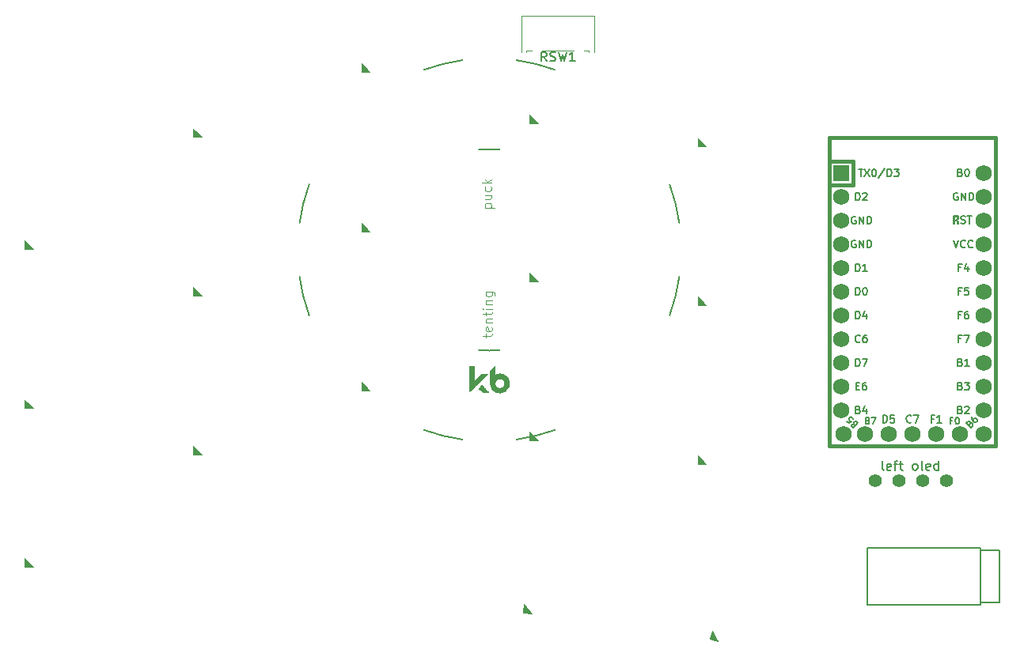
<source format=gbr>
%TF.GenerationSoftware,KiCad,Pcbnew,(6.0.0)*%
%TF.CreationDate,2022-05-05T22:03:01-07:00*%
%TF.ProjectId,half-swept,68616c66-2d73-4776-9570-742e6b696361,rev?*%
%TF.SameCoordinates,Original*%
%TF.FileFunction,Legend,Top*%
%TF.FilePolarity,Positive*%
%FSLAX46Y46*%
G04 Gerber Fmt 4.6, Leading zero omitted, Abs format (unit mm)*
G04 Created by KiCad (PCBNEW (6.0.0)) date 2022-05-05 22:03:01*
%MOMM*%
%LPD*%
G01*
G04 APERTURE LIST*
%ADD10C,0.150000*%
%ADD11C,0.100000*%
%ADD12C,0.120000*%
%ADD13C,0.200000*%
%ADD14C,0.010000*%
%ADD15C,0.381000*%
%ADD16R,1.752600X1.752600*%
%ADD17C,1.752600*%
%ADD18C,1.397000*%
G04 APERTURE END LIST*
D10*
%TO.C,RSW1*%
X73807698Y-17672719D02*
X73474364Y-17196529D01*
X73236269Y-17672719D02*
X73236269Y-16672719D01*
X73617222Y-16672719D01*
X73712460Y-16720339D01*
X73760079Y-16767958D01*
X73807698Y-16863196D01*
X73807698Y-17006053D01*
X73760079Y-17101291D01*
X73712460Y-17148910D01*
X73617222Y-17196529D01*
X73236269Y-17196529D01*
X74188650Y-17625100D02*
X74331507Y-17672719D01*
X74569603Y-17672719D01*
X74664841Y-17625100D01*
X74712460Y-17577481D01*
X74760079Y-17482243D01*
X74760079Y-17387005D01*
X74712460Y-17291767D01*
X74664841Y-17244148D01*
X74569603Y-17196529D01*
X74379126Y-17148910D01*
X74283888Y-17101291D01*
X74236269Y-17053672D01*
X74188650Y-16958434D01*
X74188650Y-16863196D01*
X74236269Y-16767958D01*
X74283888Y-16720339D01*
X74379126Y-16672719D01*
X74617222Y-16672719D01*
X74760079Y-16720339D01*
X75093412Y-16672719D02*
X75331507Y-17672719D01*
X75521984Y-16958434D01*
X75712460Y-17672719D01*
X75950555Y-16672719D01*
X76855317Y-17672719D02*
X76283888Y-17672719D01*
X76569603Y-17672719D02*
X76569603Y-16672719D01*
X76474364Y-16815577D01*
X76379126Y-16910815D01*
X76283888Y-16958434D01*
D11*
%TO.C,REF\u002A\u002A*%
X67292199Y-47235839D02*
X67292199Y-46854886D01*
X66958865Y-47092981D02*
X67816008Y-47092981D01*
X67911246Y-47045362D01*
X67958865Y-46950124D01*
X67958865Y-46854886D01*
X67911246Y-46140600D02*
X67958865Y-46235839D01*
X67958865Y-46426315D01*
X67911246Y-46521553D01*
X67816008Y-46569172D01*
X67435056Y-46569172D01*
X67339818Y-46521553D01*
X67292199Y-46426315D01*
X67292199Y-46235839D01*
X67339818Y-46140600D01*
X67435056Y-46092981D01*
X67530294Y-46092981D01*
X67625532Y-46569172D01*
X67292199Y-45664410D02*
X67958865Y-45664410D01*
X67387437Y-45664410D02*
X67339818Y-45616791D01*
X67292199Y-45521553D01*
X67292199Y-45378696D01*
X67339818Y-45283458D01*
X67435056Y-45235839D01*
X67958865Y-45235839D01*
X67292199Y-44902505D02*
X67292199Y-44521553D01*
X66958865Y-44759648D02*
X67816008Y-44759648D01*
X67911246Y-44712029D01*
X67958865Y-44616791D01*
X67958865Y-44521553D01*
X67958865Y-44188219D02*
X67292199Y-44188219D01*
X66958865Y-44188219D02*
X67006485Y-44235839D01*
X67054104Y-44188219D01*
X67006485Y-44140600D01*
X66958865Y-44188219D01*
X67054104Y-44188219D01*
X67292199Y-43712029D02*
X67958865Y-43712029D01*
X67387437Y-43712029D02*
X67339818Y-43664410D01*
X67292199Y-43569172D01*
X67292199Y-43426315D01*
X67339818Y-43331077D01*
X67435056Y-43283458D01*
X67958865Y-43283458D01*
X67292199Y-42378696D02*
X68101723Y-42378696D01*
X68196961Y-42426315D01*
X68244580Y-42473934D01*
X68292199Y-42569172D01*
X68292199Y-42712029D01*
X68244580Y-42807267D01*
X67911246Y-42378696D02*
X67958865Y-42473934D01*
X67958865Y-42664410D01*
X67911246Y-42759648D01*
X67863627Y-42807267D01*
X67768389Y-42854886D01*
X67482675Y-42854886D01*
X67387437Y-42807267D01*
X67339818Y-42759648D01*
X67292199Y-42664410D01*
X67292199Y-42473934D01*
X67339818Y-42378696D01*
X67228699Y-33345339D02*
X68228699Y-33345339D01*
X67276318Y-33345339D02*
X67228699Y-33250100D01*
X67228699Y-33059624D01*
X67276318Y-32964386D01*
X67323937Y-32916767D01*
X67419175Y-32869148D01*
X67704889Y-32869148D01*
X67800127Y-32916767D01*
X67847746Y-32964386D01*
X67895365Y-33059624D01*
X67895365Y-33250100D01*
X67847746Y-33345339D01*
X67228699Y-32012005D02*
X67895365Y-32012005D01*
X67228699Y-32440577D02*
X67752508Y-32440577D01*
X67847746Y-32392958D01*
X67895365Y-32297719D01*
X67895365Y-32154862D01*
X67847746Y-32059624D01*
X67800127Y-32012005D01*
X67847746Y-31107243D02*
X67895365Y-31202481D01*
X67895365Y-31392958D01*
X67847746Y-31488196D01*
X67800127Y-31535815D01*
X67704889Y-31583434D01*
X67419175Y-31583434D01*
X67323937Y-31535815D01*
X67276318Y-31488196D01*
X67228699Y-31392958D01*
X67228699Y-31202481D01*
X67276318Y-31107243D01*
X67895365Y-30678672D02*
X66895365Y-30678672D01*
X67514413Y-30583434D02*
X67895365Y-30297719D01*
X67228699Y-30297719D02*
X67609651Y-30678672D01*
D10*
%TO.C,U2*%
X106933603Y-52447446D02*
X107200269Y-52447446D01*
X107314555Y-52866493D02*
X106933603Y-52866493D01*
X106933603Y-52066493D01*
X107314555Y-52066493D01*
X108000269Y-52066493D02*
X107847888Y-52066493D01*
X107771698Y-52104589D01*
X107733603Y-52142684D01*
X107657412Y-52256969D01*
X107619317Y-52409350D01*
X107619317Y-52714112D01*
X107657412Y-52790303D01*
X107695507Y-52828398D01*
X107771698Y-52866493D01*
X107924079Y-52866493D01*
X108000269Y-52828398D01*
X108038364Y-52790303D01*
X108076460Y-52714112D01*
X108076460Y-52523636D01*
X108038364Y-52447446D01*
X108000269Y-52409350D01*
X107924079Y-52371255D01*
X107771698Y-52371255D01*
X107695507Y-52409350D01*
X107657412Y-52447446D01*
X107619317Y-52523636D01*
X117213650Y-56164589D02*
X116980317Y-56164589D01*
X116980317Y-56531255D02*
X116980317Y-55831255D01*
X117313650Y-55831255D01*
X117713650Y-55831255D02*
X117780317Y-55831255D01*
X117846984Y-55864589D01*
X117880317Y-55897922D01*
X117913650Y-55964589D01*
X117946984Y-56097922D01*
X117946984Y-56264589D01*
X117913650Y-56397922D01*
X117880317Y-56464589D01*
X117846984Y-56497922D01*
X117780317Y-56531255D01*
X117713650Y-56531255D01*
X117646984Y-56497922D01*
X117613650Y-56464589D01*
X117580317Y-56397922D01*
X117546984Y-56264589D01*
X117546984Y-56097922D01*
X117580317Y-55964589D01*
X117613650Y-55897922D01*
X117646984Y-55864589D01*
X117713650Y-55831255D01*
X106895507Y-45246493D02*
X106895507Y-44446493D01*
X107085984Y-44446493D01*
X107200269Y-44484589D01*
X107276460Y-44560779D01*
X107314555Y-44636969D01*
X107352650Y-44789350D01*
X107352650Y-44903636D01*
X107314555Y-45056017D01*
X107276460Y-45132208D01*
X107200269Y-45208398D01*
X107085984Y-45246493D01*
X106895507Y-45246493D01*
X108038364Y-44713160D02*
X108038364Y-45246493D01*
X107847888Y-44408398D02*
X107657412Y-44979827D01*
X108152650Y-44979827D01*
X106895507Y-50326493D02*
X106895507Y-49526493D01*
X107085984Y-49526493D01*
X107200269Y-49564589D01*
X107276460Y-49640779D01*
X107314555Y-49716969D01*
X107352650Y-49869350D01*
X107352650Y-49983636D01*
X107314555Y-50136017D01*
X107276460Y-50212208D01*
X107200269Y-50288398D01*
X107085984Y-50326493D01*
X106895507Y-50326493D01*
X107619317Y-49526493D02*
X108152650Y-49526493D01*
X107809793Y-50326493D01*
X107352650Y-47710303D02*
X107314555Y-47748398D01*
X107200269Y-47786493D01*
X107124079Y-47786493D01*
X107009793Y-47748398D01*
X106933603Y-47672208D01*
X106895507Y-47596017D01*
X106857412Y-47443636D01*
X106857412Y-47329350D01*
X106895507Y-47176969D01*
X106933603Y-47100779D01*
X107009793Y-47024589D01*
X107124079Y-46986493D01*
X107200269Y-46986493D01*
X107314555Y-47024589D01*
X107352650Y-47062684D01*
X108038364Y-46986493D02*
X107885984Y-46986493D01*
X107809793Y-47024589D01*
X107771698Y-47062684D01*
X107695507Y-47176969D01*
X107657412Y-47329350D01*
X107657412Y-47634112D01*
X107695507Y-47710303D01*
X107733603Y-47748398D01*
X107809793Y-47786493D01*
X107962174Y-47786493D01*
X108038364Y-47748398D01*
X108076460Y-47710303D01*
X108114555Y-47634112D01*
X108114555Y-47443636D01*
X108076460Y-47367446D01*
X108038364Y-47329350D01*
X107962174Y-47291255D01*
X107809793Y-47291255D01*
X107733603Y-47329350D01*
X107695507Y-47367446D01*
X107657412Y-47443636D01*
X118141317Y-39747446D02*
X117874650Y-39747446D01*
X117874650Y-40166493D02*
X117874650Y-39366493D01*
X118255603Y-39366493D01*
X118903222Y-39633160D02*
X118903222Y-40166493D01*
X118712745Y-39328398D02*
X118522269Y-39899827D01*
X119017507Y-39899827D01*
X106876460Y-34324589D02*
X106800269Y-34286493D01*
X106685984Y-34286493D01*
X106571698Y-34324589D01*
X106495507Y-34400779D01*
X106457412Y-34476969D01*
X106419317Y-34629350D01*
X106419317Y-34743636D01*
X106457412Y-34896017D01*
X106495507Y-34972208D01*
X106571698Y-35048398D01*
X106685984Y-35086493D01*
X106762174Y-35086493D01*
X106876460Y-35048398D01*
X106914555Y-35010303D01*
X106914555Y-34743636D01*
X106762174Y-34743636D01*
X107257412Y-35086493D02*
X107257412Y-34286493D01*
X107714555Y-35086493D01*
X107714555Y-34286493D01*
X108095507Y-35086493D02*
X108095507Y-34286493D01*
X108285984Y-34286493D01*
X108400269Y-34324589D01*
X108476460Y-34400779D01*
X108514555Y-34476969D01*
X108552650Y-34629350D01*
X108552650Y-34743636D01*
X108514555Y-34896017D01*
X108476460Y-34972208D01*
X108400269Y-35048398D01*
X108285984Y-35086493D01*
X108095507Y-35086493D01*
X108163650Y-56164589D02*
X108263650Y-56197922D01*
X108296984Y-56231255D01*
X108330317Y-56297922D01*
X108330317Y-56397922D01*
X108296984Y-56464589D01*
X108263650Y-56497922D01*
X108196984Y-56531255D01*
X107930317Y-56531255D01*
X107930317Y-55831255D01*
X108163650Y-55831255D01*
X108230317Y-55864589D01*
X108263650Y-55897922D01*
X108296984Y-55964589D01*
X108296984Y-56031255D01*
X108263650Y-56097922D01*
X108230317Y-56131255D01*
X108163650Y-56164589D01*
X107930317Y-56164589D01*
X108563650Y-55831255D02*
X109030317Y-55831255D01*
X108730317Y-56531255D01*
X118084174Y-54987446D02*
X118198460Y-55025541D01*
X118236555Y-55063636D01*
X118274650Y-55139827D01*
X118274650Y-55254112D01*
X118236555Y-55330303D01*
X118198460Y-55368398D01*
X118122269Y-55406493D01*
X117817507Y-55406493D01*
X117817507Y-54606493D01*
X118084174Y-54606493D01*
X118160364Y-54644589D01*
X118198460Y-54682684D01*
X118236555Y-54758874D01*
X118236555Y-54835065D01*
X118198460Y-54911255D01*
X118160364Y-54949350D01*
X118084174Y-54987446D01*
X117817507Y-54987446D01*
X118579412Y-54682684D02*
X118617507Y-54644589D01*
X118693698Y-54606493D01*
X118884174Y-54606493D01*
X118960364Y-54644589D01*
X118998460Y-54682684D01*
X119036555Y-54758874D01*
X119036555Y-54835065D01*
X118998460Y-54949350D01*
X118541317Y-55406493D01*
X119036555Y-55406493D01*
X115220317Y-55957446D02*
X114953650Y-55957446D01*
X114953650Y-56376493D02*
X114953650Y-55576493D01*
X115334603Y-55576493D01*
X116058412Y-56376493D02*
X115601269Y-56376493D01*
X115829841Y-56376493D02*
X115829841Y-55576493D01*
X115753650Y-55690779D01*
X115677460Y-55766969D01*
X115601269Y-55805065D01*
X118084174Y-52447446D02*
X118198460Y-52485541D01*
X118236555Y-52523636D01*
X118274650Y-52599827D01*
X118274650Y-52714112D01*
X118236555Y-52790303D01*
X118198460Y-52828398D01*
X118122269Y-52866493D01*
X117817507Y-52866493D01*
X117817507Y-52066493D01*
X118084174Y-52066493D01*
X118160364Y-52104589D01*
X118198460Y-52142684D01*
X118236555Y-52218874D01*
X118236555Y-52295065D01*
X118198460Y-52371255D01*
X118160364Y-52409350D01*
X118084174Y-52447446D01*
X117817507Y-52447446D01*
X118541317Y-52066493D02*
X119036555Y-52066493D01*
X118769888Y-52371255D01*
X118884174Y-52371255D01*
X118960364Y-52409350D01*
X118998460Y-52447446D01*
X119036555Y-52523636D01*
X119036555Y-52714112D01*
X118998460Y-52790303D01*
X118960364Y-52828398D01*
X118884174Y-52866493D01*
X118655603Y-52866493D01*
X118579412Y-52828398D01*
X118541317Y-52790303D01*
X106895507Y-42706493D02*
X106895507Y-41906493D01*
X107085984Y-41906493D01*
X107200269Y-41944589D01*
X107276460Y-42020779D01*
X107314555Y-42096969D01*
X107352650Y-42249350D01*
X107352650Y-42363636D01*
X107314555Y-42516017D01*
X107276460Y-42592208D01*
X107200269Y-42668398D01*
X107085984Y-42706493D01*
X106895507Y-42706493D01*
X107847888Y-41906493D02*
X107924079Y-41906493D01*
X108000269Y-41944589D01*
X108038364Y-41982684D01*
X108076460Y-42058874D01*
X108114555Y-42211255D01*
X108114555Y-42401731D01*
X108076460Y-42554112D01*
X108038364Y-42630303D01*
X108000269Y-42668398D01*
X107924079Y-42706493D01*
X107847888Y-42706493D01*
X107771698Y-42668398D01*
X107733603Y-42630303D01*
X107695507Y-42554112D01*
X107657412Y-42401731D01*
X107657412Y-42211255D01*
X107695507Y-42058874D01*
X107733603Y-41982684D01*
X107771698Y-41944589D01*
X107847888Y-41906493D01*
X109816507Y-56376493D02*
X109816507Y-55576493D01*
X110006984Y-55576493D01*
X110121269Y-55614589D01*
X110197460Y-55690779D01*
X110235555Y-55766969D01*
X110273650Y-55919350D01*
X110273650Y-56033636D01*
X110235555Y-56186017D01*
X110197460Y-56262208D01*
X110121269Y-56338398D01*
X110006984Y-56376493D01*
X109816507Y-56376493D01*
X110997460Y-55576493D02*
X110616507Y-55576493D01*
X110578412Y-55957446D01*
X110616507Y-55919350D01*
X110692698Y-55881255D01*
X110883174Y-55881255D01*
X110959364Y-55919350D01*
X110997460Y-55957446D01*
X111035555Y-56033636D01*
X111035555Y-56224112D01*
X110997460Y-56300303D01*
X110959364Y-56338398D01*
X110883174Y-56376493D01*
X110692698Y-56376493D01*
X110616507Y-56338398D01*
X110578412Y-56300303D01*
X106711975Y-56550291D02*
X106664835Y-56456010D01*
X106664835Y-56408869D01*
X106688405Y-56338159D01*
X106759116Y-56267448D01*
X106829826Y-56243878D01*
X106876967Y-56243878D01*
X106947677Y-56267448D01*
X107136239Y-56456010D01*
X106641264Y-56950985D01*
X106476273Y-56785993D01*
X106452703Y-56715282D01*
X106452703Y-56668142D01*
X106476273Y-56597431D01*
X106523413Y-56550291D01*
X106594124Y-56526721D01*
X106641264Y-56526721D01*
X106711975Y-56550291D01*
X106876967Y-56715282D01*
X105910587Y-56220308D02*
X106146290Y-56456010D01*
X106405562Y-56243878D01*
X106358422Y-56243878D01*
X106287711Y-56220308D01*
X106169860Y-56102456D01*
X106146290Y-56031746D01*
X106146290Y-55984605D01*
X106169860Y-55913895D01*
X106287711Y-55796044D01*
X106358422Y-55772473D01*
X106405562Y-55772473D01*
X106476273Y-55796044D01*
X106594124Y-55913895D01*
X106617694Y-55984605D01*
X106617694Y-56031746D01*
X106876460Y-36864589D02*
X106800269Y-36826493D01*
X106685984Y-36826493D01*
X106571698Y-36864589D01*
X106495507Y-36940779D01*
X106457412Y-37016969D01*
X106419317Y-37169350D01*
X106419317Y-37283636D01*
X106457412Y-37436017D01*
X106495507Y-37512208D01*
X106571698Y-37588398D01*
X106685984Y-37626493D01*
X106762174Y-37626493D01*
X106876460Y-37588398D01*
X106914555Y-37550303D01*
X106914555Y-37283636D01*
X106762174Y-37283636D01*
X107257412Y-37626493D02*
X107257412Y-36826493D01*
X107714555Y-37626493D01*
X107714555Y-36826493D01*
X108095507Y-37626493D02*
X108095507Y-36826493D01*
X108285984Y-36826493D01*
X108400269Y-36864589D01*
X108476460Y-36940779D01*
X108514555Y-37016969D01*
X108552650Y-37169350D01*
X108552650Y-37283636D01*
X108514555Y-37436017D01*
X108476460Y-37512208D01*
X108400269Y-37588398D01*
X108285984Y-37626493D01*
X108095507Y-37626493D01*
X118146770Y-35018398D02*
X118261056Y-35056493D01*
X118451532Y-35056493D01*
X118527723Y-35018398D01*
X118565818Y-34980303D01*
X118603913Y-34904112D01*
X118603913Y-34827922D01*
X118565818Y-34751731D01*
X118527723Y-34713636D01*
X118451532Y-34675541D01*
X118299151Y-34637446D01*
X118222961Y-34599350D01*
X118184865Y-34561255D01*
X118146770Y-34485065D01*
X118146770Y-34408874D01*
X118184865Y-34332684D01*
X118222961Y-34294589D01*
X118299151Y-34256493D01*
X118489627Y-34256493D01*
X118603913Y-34294589D01*
X118832484Y-34256493D02*
X119289627Y-34256493D01*
X119061056Y-35056493D02*
X119061056Y-34256493D01*
X112813650Y-56300303D02*
X112775555Y-56338398D01*
X112661269Y-56376493D01*
X112585079Y-56376493D01*
X112470793Y-56338398D01*
X112394603Y-56262208D01*
X112356507Y-56186017D01*
X112318412Y-56033636D01*
X112318412Y-55919350D01*
X112356507Y-55766969D01*
X112394603Y-55690779D01*
X112470793Y-55614589D01*
X112585079Y-55576493D01*
X112661269Y-55576493D01*
X112775555Y-55614589D01*
X112813650Y-55652684D01*
X113080317Y-55576493D02*
X113613650Y-55576493D01*
X113270793Y-56376493D01*
X119111281Y-56479580D02*
X119205562Y-56432440D01*
X119252703Y-56432440D01*
X119323413Y-56456010D01*
X119394124Y-56526721D01*
X119417694Y-56597431D01*
X119417694Y-56644572D01*
X119394124Y-56715282D01*
X119205562Y-56903844D01*
X118710587Y-56408869D01*
X118875579Y-56243878D01*
X118946290Y-56220308D01*
X118993430Y-56220308D01*
X119064141Y-56243878D01*
X119111281Y-56291018D01*
X119134851Y-56361729D01*
X119134851Y-56408869D01*
X119111281Y-56479580D01*
X118946290Y-56644572D01*
X119417694Y-55701763D02*
X119323413Y-55796044D01*
X119299843Y-55866754D01*
X119299843Y-55913895D01*
X119323413Y-56031746D01*
X119394124Y-56149597D01*
X119582686Y-56338159D01*
X119653396Y-56361729D01*
X119700537Y-56361729D01*
X119771248Y-56338159D01*
X119865528Y-56243878D01*
X119889099Y-56173167D01*
X119889099Y-56126027D01*
X119865528Y-56055316D01*
X119747677Y-55937465D01*
X119676967Y-55913895D01*
X119629826Y-55913895D01*
X119559116Y-55937465D01*
X119464835Y-56031746D01*
X119441264Y-56102456D01*
X119441264Y-56149597D01*
X119464835Y-56220308D01*
X118141317Y-42287446D02*
X117874650Y-42287446D01*
X117874650Y-42706493D02*
X117874650Y-41906493D01*
X118255603Y-41906493D01*
X118941317Y-41906493D02*
X118560364Y-41906493D01*
X118522269Y-42287446D01*
X118560364Y-42249350D01*
X118636555Y-42211255D01*
X118827031Y-42211255D01*
X118903222Y-42249350D01*
X118941317Y-42287446D01*
X118979412Y-42363636D01*
X118979412Y-42554112D01*
X118941317Y-42630303D01*
X118903222Y-42668398D01*
X118827031Y-42706493D01*
X118636555Y-42706493D01*
X118560364Y-42668398D01*
X118522269Y-42630303D01*
X107184635Y-29206493D02*
X107641778Y-29206493D01*
X107413207Y-30006493D02*
X107413207Y-29206493D01*
X107832254Y-29206493D02*
X108365588Y-30006493D01*
X108365588Y-29206493D02*
X107832254Y-30006493D01*
X108822731Y-29206493D02*
X108898921Y-29206493D01*
X108975112Y-29244589D01*
X109013207Y-29282684D01*
X109051302Y-29358874D01*
X109089397Y-29511255D01*
X109089397Y-29701731D01*
X109051302Y-29854112D01*
X109013207Y-29930303D01*
X108975112Y-29968398D01*
X108898921Y-30006493D01*
X108822731Y-30006493D01*
X108746540Y-29968398D01*
X108708445Y-29930303D01*
X108670350Y-29854112D01*
X108632254Y-29701731D01*
X108632254Y-29511255D01*
X108670350Y-29358874D01*
X108708445Y-29282684D01*
X108746540Y-29244589D01*
X108822731Y-29206493D01*
X110003683Y-29168398D02*
X109317969Y-30196969D01*
X110270350Y-30006493D02*
X110270350Y-29206493D01*
X110460826Y-29206493D01*
X110575112Y-29244589D01*
X110651302Y-29320779D01*
X110689397Y-29396969D01*
X110727492Y-29549350D01*
X110727492Y-29663636D01*
X110689397Y-29816017D01*
X110651302Y-29892208D01*
X110575112Y-29968398D01*
X110460826Y-30006493D01*
X110270350Y-30006493D01*
X110994159Y-29206493D02*
X111489397Y-29206493D01*
X111222731Y-29511255D01*
X111337016Y-29511255D01*
X111413207Y-29549350D01*
X111451302Y-29587446D01*
X111489397Y-29663636D01*
X111489397Y-29854112D01*
X111451302Y-29930303D01*
X111413207Y-29968398D01*
X111337016Y-30006493D01*
X111108445Y-30006493D01*
X111032254Y-29968398D01*
X110994159Y-29930303D01*
X106895507Y-40166493D02*
X106895507Y-39366493D01*
X107085984Y-39366493D01*
X107200269Y-39404589D01*
X107276460Y-39480779D01*
X107314555Y-39556969D01*
X107352650Y-39709350D01*
X107352650Y-39823636D01*
X107314555Y-39976017D01*
X107276460Y-40052208D01*
X107200269Y-40128398D01*
X107085984Y-40166493D01*
X106895507Y-40166493D01*
X108114555Y-40166493D02*
X107657412Y-40166493D01*
X107885984Y-40166493D02*
X107885984Y-39366493D01*
X107809793Y-39480779D01*
X107733603Y-39556969D01*
X107657412Y-39595065D01*
X106895507Y-32546493D02*
X106895507Y-31746493D01*
X107085984Y-31746493D01*
X107200269Y-31784589D01*
X107276460Y-31860779D01*
X107314555Y-31936969D01*
X107352650Y-32089350D01*
X107352650Y-32203636D01*
X107314555Y-32356017D01*
X107276460Y-32432208D01*
X107200269Y-32508398D01*
X107085984Y-32546493D01*
X106895507Y-32546493D01*
X107657412Y-31822684D02*
X107695507Y-31784589D01*
X107771698Y-31746493D01*
X107962174Y-31746493D01*
X108038364Y-31784589D01*
X108076460Y-31822684D01*
X108114555Y-31898874D01*
X108114555Y-31975065D01*
X108076460Y-32089350D01*
X107619317Y-32546493D01*
X108114555Y-32546493D01*
X118084174Y-29587446D02*
X118198460Y-29625541D01*
X118236555Y-29663636D01*
X118274650Y-29739827D01*
X118274650Y-29854112D01*
X118236555Y-29930303D01*
X118198460Y-29968398D01*
X118122269Y-30006493D01*
X117817507Y-30006493D01*
X117817507Y-29206493D01*
X118084174Y-29206493D01*
X118160364Y-29244589D01*
X118198460Y-29282684D01*
X118236555Y-29358874D01*
X118236555Y-29435065D01*
X118198460Y-29511255D01*
X118160364Y-29549350D01*
X118084174Y-29587446D01*
X117817507Y-29587446D01*
X118769888Y-29206493D02*
X118846079Y-29206493D01*
X118922269Y-29244589D01*
X118960364Y-29282684D01*
X118998460Y-29358874D01*
X119036555Y-29511255D01*
X119036555Y-29701731D01*
X118998460Y-29854112D01*
X118960364Y-29930303D01*
X118922269Y-29968398D01*
X118846079Y-30006493D01*
X118769888Y-30006493D01*
X118693698Y-29968398D01*
X118655603Y-29930303D01*
X118617507Y-29854112D01*
X118579412Y-29701731D01*
X118579412Y-29511255D01*
X118617507Y-29358874D01*
X118655603Y-29282684D01*
X118693698Y-29244589D01*
X118769888Y-29206493D01*
X118141317Y-47367446D02*
X117874650Y-47367446D01*
X117874650Y-47786493D02*
X117874650Y-46986493D01*
X118255603Y-46986493D01*
X118484174Y-46986493D02*
X119017507Y-46986493D01*
X118674650Y-47786493D01*
X107162174Y-54987446D02*
X107276460Y-55025541D01*
X107314555Y-55063636D01*
X107352650Y-55139827D01*
X107352650Y-55254112D01*
X107314555Y-55330303D01*
X107276460Y-55368398D01*
X107200269Y-55406493D01*
X106895507Y-55406493D01*
X106895507Y-54606493D01*
X107162174Y-54606493D01*
X107238364Y-54644589D01*
X107276460Y-54682684D01*
X107314555Y-54758874D01*
X107314555Y-54835065D01*
X107276460Y-54911255D01*
X107238364Y-54949350D01*
X107162174Y-54987446D01*
X106895507Y-54987446D01*
X108038364Y-54873160D02*
X108038364Y-55406493D01*
X107847888Y-54568398D02*
X107657412Y-55139827D01*
X108152650Y-55139827D01*
X117341317Y-36826493D02*
X117607984Y-37626493D01*
X117874650Y-36826493D01*
X118598460Y-37550303D02*
X118560364Y-37588398D01*
X118446079Y-37626493D01*
X118369888Y-37626493D01*
X118255603Y-37588398D01*
X118179412Y-37512208D01*
X118141317Y-37436017D01*
X118103222Y-37283636D01*
X118103222Y-37169350D01*
X118141317Y-37016969D01*
X118179412Y-36940779D01*
X118255603Y-36864589D01*
X118369888Y-36826493D01*
X118446079Y-36826493D01*
X118560364Y-36864589D01*
X118598460Y-36902684D01*
X119398460Y-37550303D02*
X119360364Y-37588398D01*
X119246079Y-37626493D01*
X119169888Y-37626493D01*
X119055603Y-37588398D01*
X118979412Y-37512208D01*
X118941317Y-37436017D01*
X118903222Y-37283636D01*
X118903222Y-37169350D01*
X118941317Y-37016969D01*
X118979412Y-36940779D01*
X119055603Y-36864589D01*
X119169888Y-36826493D01*
X119246079Y-36826493D01*
X119360364Y-36864589D01*
X119398460Y-36902684D01*
X118084174Y-49907446D02*
X118198460Y-49945541D01*
X118236555Y-49983636D01*
X118274650Y-50059827D01*
X118274650Y-50174112D01*
X118236555Y-50250303D01*
X118198460Y-50288398D01*
X118122269Y-50326493D01*
X117817507Y-50326493D01*
X117817507Y-49526493D01*
X118084174Y-49526493D01*
X118160364Y-49564589D01*
X118198460Y-49602684D01*
X118236555Y-49678874D01*
X118236555Y-49755065D01*
X118198460Y-49831255D01*
X118160364Y-49869350D01*
X118084174Y-49907446D01*
X117817507Y-49907446D01*
X119036555Y-50326493D02*
X118579412Y-50326493D01*
X118807984Y-50326493D02*
X118807984Y-49526493D01*
X118731793Y-49640779D01*
X118655603Y-49716969D01*
X118579412Y-49755065D01*
X118141317Y-44827446D02*
X117874650Y-44827446D01*
X117874650Y-45246493D02*
X117874650Y-44446493D01*
X118255603Y-44446493D01*
X118903222Y-44446493D02*
X118750841Y-44446493D01*
X118674650Y-44484589D01*
X118636555Y-44522684D01*
X118560364Y-44636969D01*
X118522269Y-44789350D01*
X118522269Y-45094112D01*
X118560364Y-45170303D01*
X118598460Y-45208398D01*
X118674650Y-45246493D01*
X118827031Y-45246493D01*
X118903222Y-45208398D01*
X118941317Y-45170303D01*
X118979412Y-45094112D01*
X118979412Y-44903636D01*
X118941317Y-44827446D01*
X118903222Y-44789350D01*
X118827031Y-44751255D01*
X118674650Y-44751255D01*
X118598460Y-44789350D01*
X118560364Y-44827446D01*
X118522269Y-44903636D01*
X117798460Y-31784589D02*
X117722269Y-31746493D01*
X117607984Y-31746493D01*
X117493698Y-31784589D01*
X117417507Y-31860779D01*
X117379412Y-31936969D01*
X117341317Y-32089350D01*
X117341317Y-32203636D01*
X117379412Y-32356017D01*
X117417507Y-32432208D01*
X117493698Y-32508398D01*
X117607984Y-32546493D01*
X117684174Y-32546493D01*
X117798460Y-32508398D01*
X117836555Y-32470303D01*
X117836555Y-32203636D01*
X117684174Y-32203636D01*
X118179412Y-32546493D02*
X118179412Y-31746493D01*
X118636555Y-32546493D01*
X118636555Y-31746493D01*
X119017507Y-32546493D02*
X119017507Y-31746493D01*
X119207984Y-31746493D01*
X119322269Y-31784589D01*
X119398460Y-31860779D01*
X119436555Y-31936969D01*
X119474650Y-32089350D01*
X119474650Y-32203636D01*
X119436555Y-32356017D01*
X119398460Y-32432208D01*
X119322269Y-32508398D01*
X119207984Y-32546493D01*
X119017507Y-32546493D01*
%TO.C,OL1*%
X109889841Y-61460219D02*
X109794603Y-61412600D01*
X109746984Y-61317362D01*
X109746984Y-60460219D01*
X110651745Y-61412600D02*
X110556507Y-61460219D01*
X110366031Y-61460219D01*
X110270793Y-61412600D01*
X110223174Y-61317362D01*
X110223174Y-60936410D01*
X110270793Y-60841172D01*
X110366031Y-60793553D01*
X110556507Y-60793553D01*
X110651745Y-60841172D01*
X110699364Y-60936410D01*
X110699364Y-61031648D01*
X110223174Y-61126886D01*
X110985079Y-60793553D02*
X111366031Y-60793553D01*
X111127936Y-61460219D02*
X111127936Y-60603077D01*
X111175555Y-60507839D01*
X111270793Y-60460219D01*
X111366031Y-60460219D01*
X111556507Y-60793553D02*
X111937460Y-60793553D01*
X111699364Y-60460219D02*
X111699364Y-61317362D01*
X111746984Y-61412600D01*
X111842222Y-61460219D01*
X111937460Y-61460219D01*
X113175555Y-61460219D02*
X113080317Y-61412600D01*
X113032698Y-61364981D01*
X112985079Y-61269743D01*
X112985079Y-60984029D01*
X113032698Y-60888791D01*
X113080317Y-60841172D01*
X113175555Y-60793553D01*
X113318412Y-60793553D01*
X113413650Y-60841172D01*
X113461269Y-60888791D01*
X113508888Y-60984029D01*
X113508888Y-61269743D01*
X113461269Y-61364981D01*
X113413650Y-61412600D01*
X113318412Y-61460219D01*
X113175555Y-61460219D01*
X114080317Y-61460219D02*
X113985079Y-61412600D01*
X113937460Y-61317362D01*
X113937460Y-60460219D01*
X114842222Y-61412600D02*
X114746984Y-61460219D01*
X114556507Y-61460219D01*
X114461269Y-61412600D01*
X114413650Y-61317362D01*
X114413650Y-60936410D01*
X114461269Y-60841172D01*
X114556507Y-60793553D01*
X114746984Y-60793553D01*
X114842222Y-60841172D01*
X114889841Y-60936410D01*
X114889841Y-61031648D01*
X114413650Y-61126886D01*
X115746984Y-61460219D02*
X115746984Y-60460219D01*
X115746984Y-61412600D02*
X115651745Y-61460219D01*
X115461269Y-61460219D01*
X115366031Y-61412600D01*
X115318412Y-61364981D01*
X115270793Y-61269743D01*
X115270793Y-60984029D01*
X115318412Y-60888791D01*
X115366031Y-60841172D01*
X115461269Y-60793553D01*
X115651745Y-60793553D01*
X115746984Y-60841172D01*
%TO.C,J2*%
X120264986Y-75897838D02*
X108164986Y-75897838D01*
X120264986Y-75647838D02*
X122264986Y-75647838D01*
X120264986Y-75897838D02*
X120264986Y-69797838D01*
X108164986Y-75897838D02*
X108164986Y-69797838D01*
X120264986Y-70047838D02*
X122264986Y-70047838D01*
X122264986Y-75647838D02*
X122264986Y-70047838D01*
X120264986Y-69797838D02*
X108164986Y-69797838D01*
D12*
%TO.C,RSW1*%
X78881984Y-12840339D02*
X78881984Y-16740339D01*
X71161984Y-12840339D02*
X78881984Y-12840339D01*
X71161984Y-12840339D02*
X71161984Y-16740339D01*
X77821984Y-16510339D02*
X78361984Y-16510339D01*
X73321984Y-16510339D02*
X76721984Y-16510339D01*
X78361984Y-16510339D02*
X78361984Y-16740339D01*
X71681984Y-16510339D02*
X71681984Y-16740339D01*
X71681984Y-16510339D02*
X72221984Y-16510339D01*
D13*
%TO.C,REF\u002A\u002A*%
X48410851Y-30869791D02*
G75*
G03*
X47376985Y-35020339I19286117J-7008044D01*
G01*
X70554485Y-58197839D02*
G75*
G03*
X74705032Y-57163973I-2857490J20319953D01*
G01*
X47376985Y-40735339D02*
G75*
G03*
X48410851Y-44885886I20319953J2857490D01*
G01*
X67696985Y-48672839D02*
G75*
G03*
X68825370Y-48613703I6J10794921D01*
G01*
X64839485Y-17557839D02*
G75*
G03*
X60688937Y-18591705I2857496J-20319983D01*
G01*
X60688939Y-57163974D02*
G75*
G03*
X64839485Y-58197839I7008058J19286185D01*
G01*
X67696985Y-27082839D02*
G75*
G03*
X66568600Y-27141975I-6J-10794921D01*
G01*
X88016985Y-35020339D02*
G75*
G03*
X86983120Y-30869794I-20320019J-2857506D01*
G01*
X68825370Y-27141975D02*
G75*
G03*
X67696985Y-27082839I-1128379J-10735785D01*
G01*
X66568600Y-48613703D02*
G75*
G03*
X67696985Y-48672839I1128379J10735785D01*
G01*
X86983120Y-44885885D02*
G75*
G03*
X88016985Y-40735339I-19286185J7008058D01*
G01*
X74705032Y-18591705D02*
G75*
G03*
X70554485Y-17557839I-7008037J-19286087D01*
G01*
D14*
X66877010Y-52366237D02*
X66899713Y-52389100D01*
X66899713Y-52389100D02*
X66934192Y-52424631D01*
X66934192Y-52424631D02*
X66978461Y-52470723D01*
X66978461Y-52470723D02*
X67030528Y-52525269D01*
X67030528Y-52525269D02*
X67088407Y-52586163D01*
X67088407Y-52586163D02*
X67150106Y-52651298D01*
X67150106Y-52651298D02*
X67213639Y-52718568D01*
X67213639Y-52718568D02*
X67277014Y-52785866D01*
X67277014Y-52785866D02*
X67338244Y-52851085D01*
X67338244Y-52851085D02*
X67395340Y-52912120D01*
X67395340Y-52912120D02*
X67446312Y-52966863D01*
X67446312Y-52966863D02*
X67489172Y-53013208D01*
X67489172Y-53013208D02*
X67521930Y-53049048D01*
X67521930Y-53049048D02*
X67542598Y-53072277D01*
X67542598Y-53072277D02*
X67544891Y-53074968D01*
X67544891Y-53074968D02*
X67573192Y-53108603D01*
X67573192Y-53108603D02*
X66953178Y-53108603D01*
X66953178Y-53108603D02*
X66779828Y-52932534D01*
X66779828Y-52932534D02*
X66726086Y-52877791D01*
X66726086Y-52877791D02*
X66675803Y-52826278D01*
X66675803Y-52826278D02*
X66631987Y-52781098D01*
X66631987Y-52781098D02*
X66597641Y-52745352D01*
X66597641Y-52745352D02*
X66575773Y-52722143D01*
X66575773Y-52722143D02*
X66572596Y-52718651D01*
X66572596Y-52718651D02*
X66538714Y-52680836D01*
X66538714Y-52680836D02*
X66699749Y-52519492D01*
X66699749Y-52519492D02*
X66749462Y-52470037D01*
X66749462Y-52470037D02*
X66793686Y-52426712D01*
X66793686Y-52426712D02*
X66829833Y-52391999D01*
X66829833Y-52391999D02*
X66855315Y-52368379D01*
X66855315Y-52368379D02*
X66867544Y-52358331D01*
X66867544Y-52358331D02*
X66868075Y-52358148D01*
X66868075Y-52358148D02*
X66877010Y-52366237D01*
X66877010Y-52366237D02*
X66877010Y-52366237D01*
G36*
X66877010Y-52366237D02*
G01*
X66899713Y-52389100D01*
X66934192Y-52424631D01*
X66978461Y-52470723D01*
X67030528Y-52525269D01*
X67088407Y-52586163D01*
X67150106Y-52651298D01*
X67213639Y-52718568D01*
X67277014Y-52785866D01*
X67338244Y-52851085D01*
X67395340Y-52912120D01*
X67446312Y-52966863D01*
X67489172Y-53013208D01*
X67521930Y-53049048D01*
X67542598Y-53072277D01*
X67544891Y-53074968D01*
X67573192Y-53108603D01*
X66953178Y-53108603D01*
X66779828Y-52932534D01*
X66726086Y-52877791D01*
X66675803Y-52826278D01*
X66631987Y-52781098D01*
X66597641Y-52745352D01*
X66575773Y-52722143D01*
X66572596Y-52718651D01*
X66538714Y-52680836D01*
X66699749Y-52519492D01*
X66749462Y-52470037D01*
X66793686Y-52426712D01*
X66829833Y-52391999D01*
X66855315Y-52368379D01*
X66867544Y-52358331D01*
X66868075Y-52358148D01*
X66877010Y-52366237D01*
G37*
X66877010Y-52366237D02*
X66899713Y-52389100D01*
X66934192Y-52424631D01*
X66978461Y-52470723D01*
X67030528Y-52525269D01*
X67088407Y-52586163D01*
X67150106Y-52651298D01*
X67213639Y-52718568D01*
X67277014Y-52785866D01*
X67338244Y-52851085D01*
X67395340Y-52912120D01*
X67446312Y-52966863D01*
X67489172Y-53013208D01*
X67521930Y-53049048D01*
X67542598Y-53072277D01*
X67544891Y-53074968D01*
X67573192Y-53108603D01*
X66953178Y-53108603D01*
X66779828Y-52932534D01*
X66726086Y-52877791D01*
X66675803Y-52826278D01*
X66631987Y-52781098D01*
X66597641Y-52745352D01*
X66575773Y-52722143D01*
X66572596Y-52718651D01*
X66538714Y-52680836D01*
X66699749Y-52519492D01*
X66749462Y-52470037D01*
X66793686Y-52426712D01*
X66829833Y-52391999D01*
X66855315Y-52368379D01*
X66867544Y-52358331D01*
X66868075Y-52358148D01*
X66877010Y-52366237D01*
X68275264Y-50825489D02*
X68275456Y-50929729D01*
X68275456Y-50929729D02*
X68275945Y-51026474D01*
X68275945Y-51026474D02*
X68276695Y-51113360D01*
X68276695Y-51113360D02*
X68277671Y-51188022D01*
X68277671Y-51188022D02*
X68278840Y-51248097D01*
X68278840Y-51248097D02*
X68280167Y-51291220D01*
X68280167Y-51291220D02*
X68281616Y-51315027D01*
X68281616Y-51315027D02*
X68282524Y-51319057D01*
X68282524Y-51319057D02*
X68294955Y-51312743D01*
X68294955Y-51312743D02*
X68319801Y-51296400D01*
X68319801Y-51296400D02*
X68343935Y-51279198D01*
X68343935Y-51279198D02*
X68458632Y-51208476D01*
X68458632Y-51208476D02*
X68580848Y-51159372D01*
X68580848Y-51159372D02*
X68711231Y-51131696D01*
X68711231Y-51131696D02*
X68850432Y-51125258D01*
X68850432Y-51125258D02*
X68868244Y-51125926D01*
X68868244Y-51125926D02*
X68957879Y-51132478D01*
X68957879Y-51132478D02*
X69034362Y-51144415D01*
X69034362Y-51144415D02*
X69106014Y-51163907D01*
X69106014Y-51163907D02*
X69181152Y-51193124D01*
X69181152Y-51193124D02*
X69251003Y-51225763D01*
X69251003Y-51225763D02*
X69378936Y-51301056D01*
X69378936Y-51301056D02*
X69491856Y-51393036D01*
X69491856Y-51393036D02*
X69588750Y-51500025D01*
X69588750Y-51500025D02*
X69668608Y-51620350D01*
X69668608Y-51620350D02*
X69730418Y-51752335D01*
X69730418Y-51752335D02*
X69773170Y-51894304D01*
X69773170Y-51894304D02*
X69795851Y-52044583D01*
X69795851Y-52044583D02*
X69799412Y-52134253D01*
X69799412Y-52134253D02*
X69789121Y-52286731D01*
X69789121Y-52286731D02*
X69757765Y-52431295D01*
X69757765Y-52431295D02*
X69704620Y-52570531D01*
X69704620Y-52570531D02*
X69647365Y-52677450D01*
X69647365Y-52677450D02*
X69561653Y-52797743D01*
X69561653Y-52797743D02*
X69460040Y-52902592D01*
X69460040Y-52902592D02*
X69344707Y-52990914D01*
X69344707Y-52990914D02*
X69217832Y-53061628D01*
X69217832Y-53061628D02*
X69081596Y-53113651D01*
X69081596Y-53113651D02*
X68938177Y-53145904D01*
X68938177Y-53145904D02*
X68789756Y-53157303D01*
X68789756Y-53157303D02*
X68689510Y-53152820D01*
X68689510Y-53152820D02*
X68544902Y-53127939D01*
X68544902Y-53127939D02*
X68404334Y-53081664D01*
X68404334Y-53081664D02*
X68271161Y-53015685D01*
X68271161Y-53015685D02*
X68148741Y-52931688D01*
X68148741Y-52931688D02*
X68040429Y-52831362D01*
X68040429Y-52831362D02*
X68032035Y-52822196D01*
X68032035Y-52822196D02*
X67950904Y-52718076D01*
X67950904Y-52718076D02*
X67881212Y-52599894D01*
X67881212Y-52599894D02*
X67826046Y-52474031D01*
X67826046Y-52474031D02*
X67788493Y-52346871D01*
X67788493Y-52346871D02*
X67779624Y-52300421D01*
X67779624Y-52300421D02*
X67777011Y-52272026D01*
X67777011Y-52272026D02*
X67774666Y-52221954D01*
X67774666Y-52221954D02*
X67773197Y-52171620D01*
X67773197Y-52171620D02*
X68269535Y-52171620D01*
X68269535Y-52171620D02*
X68280107Y-52269169D01*
X68280107Y-52269169D02*
X68310539Y-52363188D01*
X68310539Y-52363188D02*
X68339193Y-52417333D01*
X68339193Y-52417333D02*
X68406127Y-52505616D01*
X68406127Y-52505616D02*
X68485608Y-52576493D01*
X68485608Y-52576493D02*
X68575040Y-52628986D01*
X68575040Y-52628986D02*
X68671826Y-52662118D01*
X68671826Y-52662118D02*
X68773367Y-52674912D01*
X68773367Y-52674912D02*
X68877068Y-52666391D01*
X68877068Y-52666391D02*
X68949895Y-52647103D01*
X68949895Y-52647103D02*
X68992892Y-52631017D01*
X68992892Y-52631017D02*
X69033797Y-52613657D01*
X69033797Y-52613657D02*
X69049964Y-52605881D01*
X69049964Y-52605881D02*
X69095250Y-52574877D01*
X69095250Y-52574877D02*
X69144573Y-52528683D01*
X69144573Y-52528683D02*
X69192630Y-52473227D01*
X69192630Y-52473227D02*
X69234115Y-52414433D01*
X69234115Y-52414433D02*
X69255603Y-52376106D01*
X69255603Y-52376106D02*
X69275784Y-52331860D01*
X69275784Y-52331860D02*
X69288429Y-52293252D01*
X69288429Y-52293252D02*
X69295786Y-52250960D01*
X69295786Y-52250960D02*
X69300104Y-52195657D01*
X69300104Y-52195657D02*
X69300386Y-52190367D01*
X69300386Y-52190367D02*
X69297018Y-52083122D01*
X69297018Y-52083122D02*
X69274162Y-51985230D01*
X69274162Y-51985230D02*
X69230510Y-51891807D01*
X69230510Y-51891807D02*
X69212740Y-51863278D01*
X69212740Y-51863278D02*
X69148198Y-51785374D01*
X69148198Y-51785374D02*
X69069381Y-51723204D01*
X69069381Y-51723204D02*
X68979745Y-51677708D01*
X68979745Y-51677708D02*
X68882746Y-51649830D01*
X68882746Y-51649830D02*
X68781842Y-51640510D01*
X68781842Y-51640510D02*
X68680490Y-51650692D01*
X68680490Y-51650692D02*
X68582144Y-51681317D01*
X68582144Y-51681317D02*
X68568141Y-51687603D01*
X68568141Y-51687603D02*
X68480189Y-51740552D01*
X68480189Y-51740552D02*
X68406199Y-51808766D01*
X68406199Y-51808766D02*
X68347156Y-51889112D01*
X68347156Y-51889112D02*
X68304043Y-51978459D01*
X68304043Y-51978459D02*
X68277841Y-52073672D01*
X68277841Y-52073672D02*
X68269535Y-52171620D01*
X68269535Y-52171620D02*
X67773197Y-52171620D01*
X67773197Y-52171620D02*
X67772613Y-52151617D01*
X67772613Y-52151617D02*
X67770874Y-52062428D01*
X67770874Y-52062428D02*
X67769471Y-51955799D01*
X67769471Y-51955799D02*
X67768427Y-51833143D01*
X67768427Y-51833143D02*
X67767763Y-51695871D01*
X67767763Y-51695871D02*
X67767502Y-51545397D01*
X67767502Y-51545397D02*
X67767499Y-51533661D01*
X67767499Y-51533661D02*
X67767412Y-50841947D01*
X67767412Y-50841947D02*
X68275116Y-50331921D01*
X68275116Y-50331921D02*
X68275264Y-50825489D01*
X68275264Y-50825489D02*
X68275264Y-50825489D01*
G36*
X67770874Y-52062428D02*
G01*
X67769471Y-51955799D01*
X67768427Y-51833143D01*
X67767763Y-51695871D01*
X67767502Y-51545397D01*
X67767499Y-51533661D01*
X67767412Y-50841947D01*
X68275116Y-50331921D01*
X68275264Y-50825489D01*
X68275456Y-50929729D01*
X68275945Y-51026474D01*
X68276695Y-51113360D01*
X68277671Y-51188022D01*
X68278840Y-51248097D01*
X68280167Y-51291220D01*
X68281616Y-51315027D01*
X68282524Y-51319057D01*
X68294955Y-51312743D01*
X68319801Y-51296400D01*
X68343935Y-51279198D01*
X68458632Y-51208476D01*
X68580848Y-51159372D01*
X68711231Y-51131696D01*
X68850432Y-51125258D01*
X68868244Y-51125926D01*
X68957879Y-51132478D01*
X69034362Y-51144415D01*
X69106014Y-51163907D01*
X69181152Y-51193124D01*
X69251003Y-51225763D01*
X69378936Y-51301056D01*
X69491856Y-51393036D01*
X69588750Y-51500025D01*
X69668608Y-51620350D01*
X69730418Y-51752335D01*
X69773170Y-51894304D01*
X69795851Y-52044583D01*
X69799412Y-52134253D01*
X69789121Y-52286731D01*
X69757765Y-52431295D01*
X69704620Y-52570531D01*
X69647365Y-52677450D01*
X69561653Y-52797743D01*
X69460040Y-52902592D01*
X69344707Y-52990914D01*
X69217832Y-53061628D01*
X69081596Y-53113651D01*
X68938177Y-53145904D01*
X68789756Y-53157303D01*
X68689510Y-53152820D01*
X68544902Y-53127939D01*
X68404334Y-53081664D01*
X68271161Y-53015685D01*
X68148741Y-52931688D01*
X68040429Y-52831362D01*
X68032035Y-52822196D01*
X67950904Y-52718076D01*
X67881212Y-52599894D01*
X67826046Y-52474031D01*
X67788493Y-52346871D01*
X67779624Y-52300421D01*
X67777011Y-52272026D01*
X67774666Y-52221954D01*
X67773197Y-52171620D01*
X68269535Y-52171620D01*
X68280107Y-52269169D01*
X68310539Y-52363188D01*
X68339193Y-52417333D01*
X68406127Y-52505616D01*
X68485608Y-52576493D01*
X68575040Y-52628986D01*
X68671826Y-52662118D01*
X68773367Y-52674912D01*
X68877068Y-52666391D01*
X68949895Y-52647103D01*
X68992892Y-52631017D01*
X69033797Y-52613657D01*
X69049964Y-52605881D01*
X69095250Y-52574877D01*
X69144573Y-52528683D01*
X69192630Y-52473227D01*
X69234115Y-52414433D01*
X69255603Y-52376106D01*
X69275784Y-52331860D01*
X69288429Y-52293252D01*
X69295786Y-52250960D01*
X69300104Y-52195657D01*
X69300386Y-52190367D01*
X69297018Y-52083122D01*
X69274162Y-51985230D01*
X69230510Y-51891807D01*
X69212740Y-51863278D01*
X69148198Y-51785374D01*
X69069381Y-51723204D01*
X68979745Y-51677708D01*
X68882746Y-51649830D01*
X68781842Y-51640510D01*
X68680490Y-51650692D01*
X68582144Y-51681317D01*
X68568141Y-51687603D01*
X68480189Y-51740552D01*
X68406199Y-51808766D01*
X68347156Y-51889112D01*
X68304043Y-51978459D01*
X68277841Y-52073672D01*
X68269535Y-52171620D01*
X67773197Y-52171620D01*
X67772613Y-52151617D01*
X67770874Y-52062428D01*
G37*
X67770874Y-52062428D02*
X67769471Y-51955799D01*
X67768427Y-51833143D01*
X67767763Y-51695871D01*
X67767502Y-51545397D01*
X67767499Y-51533661D01*
X67767412Y-50841947D01*
X68275116Y-50331921D01*
X68275264Y-50825489D01*
X68275456Y-50929729D01*
X68275945Y-51026474D01*
X68276695Y-51113360D01*
X68277671Y-51188022D01*
X68278840Y-51248097D01*
X68280167Y-51291220D01*
X68281616Y-51315027D01*
X68282524Y-51319057D01*
X68294955Y-51312743D01*
X68319801Y-51296400D01*
X68343935Y-51279198D01*
X68458632Y-51208476D01*
X68580848Y-51159372D01*
X68711231Y-51131696D01*
X68850432Y-51125258D01*
X68868244Y-51125926D01*
X68957879Y-51132478D01*
X69034362Y-51144415D01*
X69106014Y-51163907D01*
X69181152Y-51193124D01*
X69251003Y-51225763D01*
X69378936Y-51301056D01*
X69491856Y-51393036D01*
X69588750Y-51500025D01*
X69668608Y-51620350D01*
X69730418Y-51752335D01*
X69773170Y-51894304D01*
X69795851Y-52044583D01*
X69799412Y-52134253D01*
X69789121Y-52286731D01*
X69757765Y-52431295D01*
X69704620Y-52570531D01*
X69647365Y-52677450D01*
X69561653Y-52797743D01*
X69460040Y-52902592D01*
X69344707Y-52990914D01*
X69217832Y-53061628D01*
X69081596Y-53113651D01*
X68938177Y-53145904D01*
X68789756Y-53157303D01*
X68689510Y-53152820D01*
X68544902Y-53127939D01*
X68404334Y-53081664D01*
X68271161Y-53015685D01*
X68148741Y-52931688D01*
X68040429Y-52831362D01*
X68032035Y-52822196D01*
X67950904Y-52718076D01*
X67881212Y-52599894D01*
X67826046Y-52474031D01*
X67788493Y-52346871D01*
X67779624Y-52300421D01*
X67777011Y-52272026D01*
X67774666Y-52221954D01*
X67773197Y-52171620D01*
X68269535Y-52171620D01*
X68280107Y-52269169D01*
X68310539Y-52363188D01*
X68339193Y-52417333D01*
X68406127Y-52505616D01*
X68485608Y-52576493D01*
X68575040Y-52628986D01*
X68671826Y-52662118D01*
X68773367Y-52674912D01*
X68877068Y-52666391D01*
X68949895Y-52647103D01*
X68992892Y-52631017D01*
X69033797Y-52613657D01*
X69049964Y-52605881D01*
X69095250Y-52574877D01*
X69144573Y-52528683D01*
X69192630Y-52473227D01*
X69234115Y-52414433D01*
X69255603Y-52376106D01*
X69275784Y-52331860D01*
X69288429Y-52293252D01*
X69295786Y-52250960D01*
X69300104Y-52195657D01*
X69300386Y-52190367D01*
X69297018Y-52083122D01*
X69274162Y-51985230D01*
X69230510Y-51891807D01*
X69212740Y-51863278D01*
X69148198Y-51785374D01*
X69069381Y-51723204D01*
X68979745Y-51677708D01*
X68882746Y-51649830D01*
X68781842Y-51640510D01*
X68680490Y-51650692D01*
X68582144Y-51681317D01*
X68568141Y-51687603D01*
X68480189Y-51740552D01*
X68406199Y-51808766D01*
X68347156Y-51889112D01*
X68304043Y-51978459D01*
X68277841Y-52073672D01*
X68269535Y-52171620D01*
X67773197Y-52171620D01*
X67772613Y-52151617D01*
X67770874Y-52062428D01*
X66070230Y-51959706D02*
X66873176Y-51157006D01*
X66873176Y-51157006D02*
X67161544Y-51160100D01*
X67161544Y-51160100D02*
X67449912Y-51163193D01*
X67449912Y-51163193D02*
X66602688Y-52023330D01*
X66602688Y-52023330D02*
X66484763Y-52143053D01*
X66484763Y-52143053D02*
X66369964Y-52259602D01*
X66369964Y-52259602D02*
X66259510Y-52371742D01*
X66259510Y-52371742D02*
X66154618Y-52478235D01*
X66154618Y-52478235D02*
X66056506Y-52577846D01*
X66056506Y-52577846D02*
X65966391Y-52669339D01*
X65966391Y-52669339D02*
X65885492Y-52751476D01*
X65885492Y-52751476D02*
X65815025Y-52823021D01*
X65815025Y-52823021D02*
X65756209Y-52882739D01*
X65756209Y-52882739D02*
X65710262Y-52929393D01*
X65710262Y-52929393D02*
X65678401Y-52961746D01*
X65678401Y-52961746D02*
X65664620Y-52975742D01*
X65664620Y-52975742D02*
X65573776Y-53068018D01*
X65573776Y-53068018D02*
X65573776Y-50326148D01*
X65573776Y-50326148D02*
X66070230Y-50326148D01*
X66070230Y-50326148D02*
X66070230Y-51959706D01*
X66070230Y-51959706D02*
X66070230Y-51959706D01*
G36*
X66070230Y-51959706D02*
G01*
X66873176Y-51157006D01*
X67161544Y-51160100D01*
X67449912Y-51163193D01*
X66602688Y-52023330D01*
X66484763Y-52143053D01*
X66369964Y-52259602D01*
X66259510Y-52371742D01*
X66154618Y-52478235D01*
X66056506Y-52577846D01*
X65966391Y-52669339D01*
X65885492Y-52751476D01*
X65815025Y-52823021D01*
X65756209Y-52882739D01*
X65710262Y-52929393D01*
X65678401Y-52961746D01*
X65664620Y-52975742D01*
X65573776Y-53068018D01*
X65573776Y-50326148D01*
X66070230Y-50326148D01*
X66070230Y-51959706D01*
G37*
X66070230Y-51959706D02*
X66873176Y-51157006D01*
X67161544Y-51160100D01*
X67449912Y-51163193D01*
X66602688Y-52023330D01*
X66484763Y-52143053D01*
X66369964Y-52259602D01*
X66259510Y-52371742D01*
X66154618Y-52478235D01*
X66056506Y-52577846D01*
X65966391Y-52669339D01*
X65885492Y-52751476D01*
X65815025Y-52823021D01*
X65756209Y-52882739D01*
X65710262Y-52929393D01*
X65678401Y-52961746D01*
X65664620Y-52975742D01*
X65573776Y-53068018D01*
X65573776Y-50326148D01*
X66070230Y-50326148D01*
X66070230Y-51959706D01*
D15*
%TO.C,U2*%
X106596984Y-28374589D02*
X106596984Y-30914589D01*
X121836984Y-25834589D02*
X104056984Y-25834589D01*
X106596984Y-30914589D02*
X104056984Y-30914589D01*
X121836984Y-58854589D02*
X121836984Y-28374589D01*
X104056984Y-58854589D02*
X121836984Y-58854589D01*
X104056984Y-28374589D02*
X104056984Y-58854589D01*
X104056984Y-25834589D02*
X104056984Y-28374589D01*
X121836984Y-28374589D02*
X121836984Y-25834589D01*
X106596984Y-28374589D02*
X104056984Y-28374589D01*
D10*
X117478552Y-34253949D02*
X117478552Y-35053949D01*
X117478552Y-35053949D02*
X117378552Y-35053949D01*
X117378552Y-35053949D02*
X117378552Y-34253949D01*
X117378552Y-34253949D02*
X117478552Y-34253949D01*
G36*
X117478552Y-35053949D02*
G01*
X117378552Y-35053949D01*
X117378552Y-34253949D01*
X117478552Y-34253949D01*
X117478552Y-35053949D01*
G37*
X117478552Y-35053949D02*
X117378552Y-35053949D01*
X117378552Y-34253949D01*
X117478552Y-34253949D01*
X117478552Y-35053949D01*
X117878552Y-34853949D02*
X117878552Y-35053949D01*
X117878552Y-35053949D02*
X117778552Y-35053949D01*
X117778552Y-35053949D02*
X117778552Y-34853949D01*
X117778552Y-34853949D02*
X117878552Y-34853949D01*
G36*
X117878552Y-35053949D02*
G01*
X117778552Y-35053949D01*
X117778552Y-34853949D01*
X117878552Y-34853949D01*
X117878552Y-35053949D01*
G37*
X117878552Y-35053949D02*
X117778552Y-35053949D01*
X117778552Y-34853949D01*
X117878552Y-34853949D01*
X117878552Y-35053949D01*
X117878552Y-34253949D02*
X117878552Y-34553949D01*
X117878552Y-34553949D02*
X117778552Y-34553949D01*
X117778552Y-34553949D02*
X117778552Y-34253949D01*
X117778552Y-34253949D02*
X117878552Y-34253949D01*
G36*
X117878552Y-34553949D02*
G01*
X117778552Y-34553949D01*
X117778552Y-34253949D01*
X117878552Y-34253949D01*
X117878552Y-34553949D01*
G37*
X117878552Y-34553949D02*
X117778552Y-34553949D01*
X117778552Y-34253949D01*
X117878552Y-34253949D01*
X117878552Y-34553949D01*
X117878552Y-34253949D02*
X117878552Y-34353949D01*
X117878552Y-34353949D02*
X117378552Y-34353949D01*
X117378552Y-34353949D02*
X117378552Y-34253949D01*
X117378552Y-34253949D02*
X117878552Y-34253949D01*
G36*
X117878552Y-34353949D02*
G01*
X117378552Y-34353949D01*
X117378552Y-34253949D01*
X117878552Y-34253949D01*
X117878552Y-34353949D01*
G37*
X117878552Y-34353949D02*
X117378552Y-34353949D01*
X117378552Y-34253949D01*
X117878552Y-34253949D01*
X117878552Y-34353949D01*
X117678552Y-34653949D02*
X117678552Y-34753949D01*
X117678552Y-34753949D02*
X117578552Y-34753949D01*
X117578552Y-34753949D02*
X117578552Y-34653949D01*
X117578552Y-34653949D02*
X117678552Y-34653949D01*
G36*
X117678552Y-34753949D02*
G01*
X117578552Y-34753949D01*
X117578552Y-34653949D01*
X117678552Y-34653949D01*
X117678552Y-34753949D01*
G37*
X117678552Y-34753949D02*
X117578552Y-34753949D01*
X117578552Y-34653949D01*
X117678552Y-34653949D01*
X117678552Y-34753949D01*
D11*
%TO.C,D34*%
X35996985Y-24897839D02*
X36896985Y-25797839D01*
X36896985Y-25797839D02*
X35996985Y-25797839D01*
X35996985Y-25797839D02*
X35996985Y-24897839D01*
G36*
X36896985Y-25797839D02*
G01*
X35996985Y-25797839D01*
X35996985Y-24897839D01*
X36896985Y-25797839D01*
G37*
X36896985Y-25797839D02*
X35996985Y-25797839D01*
X35996985Y-24897839D01*
X36896985Y-25797839D01*
%TO.C,D26*%
X53996983Y-52031838D02*
X54896983Y-52931838D01*
X54896983Y-52931838D02*
X53996983Y-52931838D01*
X53996983Y-52931838D02*
X53996983Y-52031838D01*
G36*
X54896983Y-52931838D02*
G01*
X53996983Y-52931838D01*
X53996983Y-52031838D01*
X54896983Y-52931838D01*
G37*
X54896983Y-52931838D02*
X53996983Y-52931838D01*
X53996983Y-52031838D01*
X54896983Y-52931838D01*
%TO.C,D31*%
X35996985Y-41871839D02*
X36896985Y-42771839D01*
X36896985Y-42771839D02*
X35996985Y-42771839D01*
X35996985Y-42771839D02*
X35996985Y-41871839D01*
G36*
X36896985Y-42771839D02*
G01*
X35996985Y-42771839D01*
X35996985Y-41871839D01*
X36896985Y-42771839D01*
G37*
X36896985Y-42771839D02*
X35996985Y-42771839D01*
X35996985Y-41871839D01*
X36896985Y-42771839D01*
%TO.C,D28*%
X35996985Y-58889838D02*
X36896985Y-59789838D01*
X36896985Y-59789838D02*
X35996985Y-59789838D01*
X35996985Y-59789838D02*
X35996985Y-58889838D01*
G36*
X36896985Y-59789838D02*
G01*
X35996985Y-59789838D01*
X35996985Y-58889838D01*
X36896985Y-59789838D01*
G37*
X36896985Y-59789838D02*
X35996985Y-59789838D01*
X35996985Y-58889838D01*
X36896985Y-59789838D01*
%TO.C,D32*%
X71996985Y-40347840D02*
X72896985Y-41247840D01*
X72896985Y-41247840D02*
X71996985Y-41247840D01*
X71996985Y-41247840D02*
X71996985Y-40347840D01*
G36*
X72896985Y-41247840D02*
G01*
X71996985Y-41247840D01*
X71996985Y-40347840D01*
X72896985Y-41247840D01*
G37*
X72896985Y-41247840D02*
X71996985Y-41247840D01*
X71996985Y-40347840D01*
X72896985Y-41247840D01*
%TO.C,D21*%
X89996984Y-25897839D02*
X90896984Y-26797839D01*
X90896984Y-26797839D02*
X89996984Y-26797839D01*
X89996984Y-26797839D02*
X89996984Y-25897839D01*
G36*
X90896984Y-26797839D02*
G01*
X89996984Y-26797839D01*
X89996984Y-25897839D01*
X90896984Y-26797839D01*
G37*
X90896984Y-26797839D02*
X89996984Y-26797839D01*
X89996984Y-25897839D01*
X90896984Y-26797839D01*
%TO.C,D19*%
X17996985Y-36897839D02*
X18896985Y-37797839D01*
X18896985Y-37797839D02*
X17996985Y-37797839D01*
X17996985Y-37797839D02*
X17996985Y-36897839D01*
G36*
X18896985Y-37797839D02*
G01*
X17996985Y-37797839D01*
X17996985Y-36897839D01*
X18896985Y-37797839D01*
G37*
X18896985Y-37797839D02*
X17996985Y-37797839D01*
X17996985Y-36897839D01*
X18896985Y-37797839D01*
%TO.C,D23*%
X53996985Y-35013839D02*
X54896985Y-35913839D01*
X54896985Y-35913839D02*
X53996985Y-35913839D01*
X53996985Y-35913839D02*
X53996985Y-35013839D01*
G36*
X54896985Y-35913839D02*
G01*
X53996985Y-35913839D01*
X53996985Y-35013839D01*
X54896985Y-35913839D01*
G37*
X54896985Y-35913839D02*
X53996985Y-35913839D01*
X53996985Y-35013839D01*
X54896985Y-35913839D01*
%TO.C,D22*%
X17996984Y-53947839D02*
X18896984Y-54847839D01*
X18896984Y-54847839D02*
X17996984Y-54847839D01*
X17996984Y-54847839D02*
X17996984Y-53947839D01*
G36*
X18896984Y-54847839D02*
G01*
X17996984Y-54847839D01*
X17996984Y-53947839D01*
X18896984Y-54847839D01*
G37*
X18896984Y-54847839D02*
X17996984Y-54847839D01*
X17996984Y-53947839D01*
X18896984Y-54847839D01*
%TO.C,D35*%
X71996985Y-23397839D02*
X72896985Y-24297839D01*
X72896985Y-24297839D02*
X71996985Y-24297839D01*
X71996985Y-24297839D02*
X71996985Y-23397839D01*
G36*
X72896985Y-24297839D02*
G01*
X71996985Y-24297839D01*
X71996985Y-23397839D01*
X72896985Y-24297839D01*
G37*
X72896985Y-24297839D02*
X71996985Y-24297839D01*
X71996985Y-23397839D01*
X72896985Y-24297839D01*
%TO.C,D25*%
X17996985Y-70897839D02*
X18896985Y-71797839D01*
X18896985Y-71797839D02*
X17996985Y-71797839D01*
X17996985Y-71797839D02*
X17996985Y-70897839D01*
G36*
X18896985Y-71797839D02*
G01*
X17996985Y-71797839D01*
X17996985Y-70897839D01*
X18896985Y-71797839D01*
G37*
X18896985Y-71797839D02*
X17996985Y-71797839D01*
X17996985Y-70897839D01*
X18896985Y-71797839D01*
%TO.C,D24*%
X89976984Y-42887839D02*
X90876984Y-43787839D01*
X90876984Y-43787839D02*
X89976984Y-43787839D01*
X89976984Y-43787839D02*
X89976984Y-42887839D01*
G36*
X90876984Y-43787839D02*
G01*
X89976984Y-43787839D01*
X89976984Y-42887839D01*
X90876984Y-43787839D01*
G37*
X90876984Y-43787839D02*
X89976984Y-43787839D01*
X89976984Y-42887839D01*
X90876984Y-43787839D01*
%TO.C,D30*%
X71418563Y-75847309D02*
X72236698Y-76822324D01*
X72236698Y-76822324D02*
X71340123Y-76743884D01*
X71340123Y-76743884D02*
X71418563Y-75847309D01*
G36*
X72236698Y-76822324D02*
G01*
X71340123Y-76743884D01*
X71418563Y-75847309D01*
X72236698Y-76822324D01*
G37*
X72236698Y-76822324D02*
X71340123Y-76743884D01*
X71418563Y-75847309D01*
X72236698Y-76822324D01*
%TO.C,D29*%
X71996985Y-57365840D02*
X72896985Y-58265840D01*
X72896985Y-58265840D02*
X71996985Y-58265840D01*
X71996985Y-58265840D02*
X71996985Y-57365840D01*
G36*
X72896985Y-58265840D02*
G01*
X71996985Y-58265840D01*
X71996985Y-57365840D01*
X72896985Y-58265840D01*
G37*
X72896985Y-58265840D02*
X71996985Y-58265840D01*
X71996985Y-57365840D01*
X72896985Y-58265840D01*
%TO.C,D33*%
X91496077Y-78649821D02*
X92132473Y-79752091D01*
X92132473Y-79752091D02*
X91263140Y-79519154D01*
X91263140Y-79519154D02*
X91496077Y-78649821D01*
G36*
X92132473Y-79752091D02*
G01*
X91263140Y-79519154D01*
X91496077Y-78649821D01*
X92132473Y-79752091D01*
G37*
X92132473Y-79752091D02*
X91263140Y-79519154D01*
X91496077Y-78649821D01*
X92132473Y-79752091D01*
%TO.C,D20*%
X53996984Y-17897839D02*
X54896984Y-18797839D01*
X54896984Y-18797839D02*
X53996984Y-18797839D01*
X53996984Y-18797839D02*
X53996984Y-17897839D01*
G36*
X54896984Y-18797839D02*
G01*
X53996984Y-18797839D01*
X53996984Y-17897839D01*
X54896984Y-18797839D01*
G37*
X54896984Y-18797839D02*
X53996984Y-18797839D01*
X53996984Y-17897839D01*
X54896984Y-18797839D01*
%TO.C,D27*%
X89976985Y-59905839D02*
X90876985Y-60805839D01*
X90876985Y-60805839D02*
X89976985Y-60805839D01*
X89976985Y-60805839D02*
X89976985Y-59905839D01*
G36*
X90876985Y-60805839D02*
G01*
X89976985Y-60805839D01*
X89976985Y-59905839D01*
X90876985Y-60805839D01*
G37*
X90876985Y-60805839D02*
X89976985Y-60805839D01*
X89976985Y-59905839D01*
X90876985Y-60805839D01*
%TD*%
D16*
%TO.C,U2*%
X105326984Y-29644589D03*
D17*
X105326984Y-32184589D03*
X105326984Y-34724589D03*
X105326984Y-37264589D03*
X105326984Y-39804589D03*
X105326984Y-42344589D03*
X105326984Y-44884589D03*
X105326984Y-47424589D03*
X105326984Y-49964589D03*
X105326984Y-52504589D03*
X105326984Y-55044589D03*
X105555584Y-57584589D03*
X120566984Y-57584589D03*
X120566984Y-55044589D03*
X120566984Y-52504589D03*
X120566984Y-49964589D03*
X120566984Y-47424589D03*
X120566984Y-44884589D03*
X120566984Y-42344589D03*
X120566984Y-39804589D03*
X120566984Y-37264589D03*
X120566984Y-34724589D03*
X120566984Y-32184589D03*
X120566984Y-29644589D03*
X107866984Y-57584589D03*
X110406984Y-57584589D03*
X112946984Y-57584589D03*
X115486984Y-57584589D03*
X118026984Y-57584589D03*
%TD*%
D18*
%TO.C,OL1*%
X108936984Y-62557839D03*
X111476984Y-62557839D03*
X114016984Y-62557839D03*
X116556984Y-62557839D03*
%TD*%
M02*

</source>
